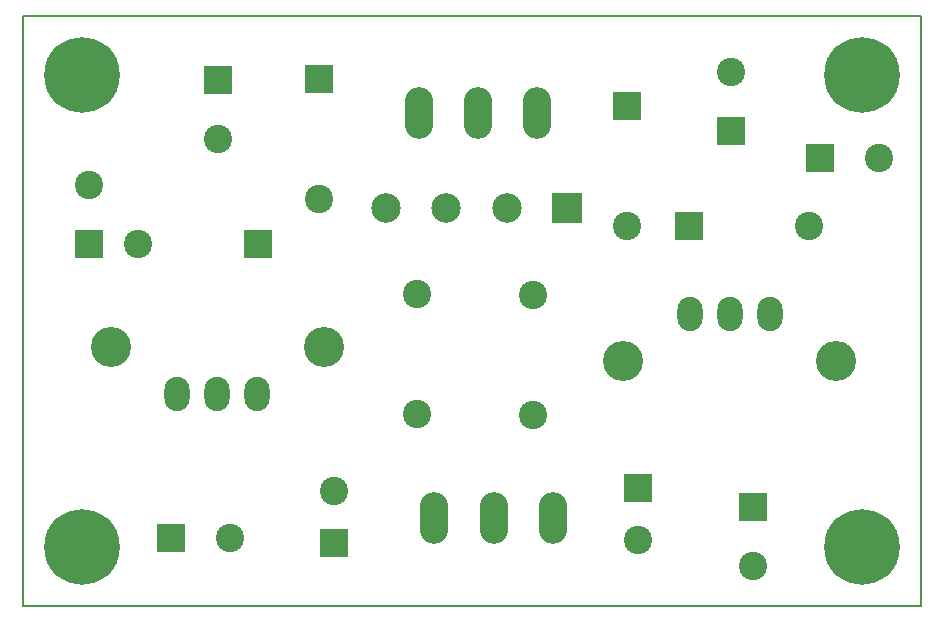
<source format=gbr>
G04 #@! TF.FileFunction,Soldermask,Bot*
%FSLAX46Y46*%
G04 Gerber Fmt 4.6, Leading zero omitted, Abs format (unit mm)*
G04 Created by KiCad (PCBNEW 4.0.7+dfsg1-1~bpo9+1) date Tue Mar 20 02:19:58 2018*
%MOMM*%
%LPD*%
G01*
G04 APERTURE LIST*
%ADD10C,0.100000*%
%ADD11C,0.150000*%
%ADD12R,2.400000X2.400000*%
%ADD13C,2.400000*%
%ADD14O,2.144980X2.899360*%
%ADD15O,2.147520X2.899360*%
%ADD16C,3.400000*%
%ADD17R,2.400000X2.398980*%
%ADD18R,2.398980X2.400000*%
%ADD19O,2.381200X4.362400*%
%ADD20R,2.500000X2.500000*%
%ADD21C,2.500000*%
%ADD22C,6.400000*%
G04 APERTURE END LIST*
D10*
D11*
X76000000Y0D02*
X76000000Y-50000000D01*
X0Y-50000000D02*
X76000000Y-50000000D01*
X0Y0D02*
X0Y-50000000D01*
X0Y0D02*
X76000000Y0D01*
D12*
X12526000Y-44196000D03*
D13*
X17526000Y-44196000D03*
D14*
X19812000Y-32004000D03*
D15*
X16412000Y-32004000D03*
X13012000Y-32004000D03*
D16*
X25412000Y-28004000D03*
X7412000Y-28004000D03*
D13*
X9690000Y-19350000D03*
D17*
X19850000Y-19350000D03*
D12*
X16508000Y-5466000D03*
D13*
X16508000Y-10466000D03*
D12*
X59908000Y-9766000D03*
D13*
X59908000Y-4766000D03*
D14*
X56400000Y-25210000D03*
D15*
X59800000Y-25210000D03*
X63200000Y-25210000D03*
D16*
X50800000Y-29210000D03*
X68800000Y-29210000D03*
D13*
X66518000Y-17816000D03*
D17*
X56358000Y-17816000D03*
D13*
X51108000Y-17816000D03*
D18*
X51108000Y-7656000D03*
D13*
X25008000Y-15516000D03*
D18*
X25008000Y-5356000D03*
D19*
X43508000Y-8216000D03*
X38508000Y-8216000D03*
X33508000Y-8216000D03*
X34808000Y-42566000D03*
X39808000Y-42566000D03*
X44808000Y-42566000D03*
D20*
X46008000Y-16266000D03*
D21*
X40908000Y-16266000D03*
X30708000Y-16266000D03*
X35808000Y-16266000D03*
D12*
X67458000Y-12016000D03*
D13*
X72458000Y-12016000D03*
D12*
X5550000Y-19350000D03*
D13*
X5550000Y-14350000D03*
D12*
X52058000Y-40016000D03*
D13*
X52058000Y-44416000D03*
D12*
X26308000Y-44666000D03*
D13*
X26308000Y-40266000D03*
X33358000Y-23556000D03*
X33358000Y-33716000D03*
X43108000Y-23656000D03*
X43108000Y-33816000D03*
D12*
X61808000Y-41566000D03*
D13*
X61808000Y-46566000D03*
D22*
X71000000Y-5000000D03*
X71000000Y-45000000D03*
X5000000Y-45000000D03*
X5000000Y-5000000D03*
M02*

</source>
